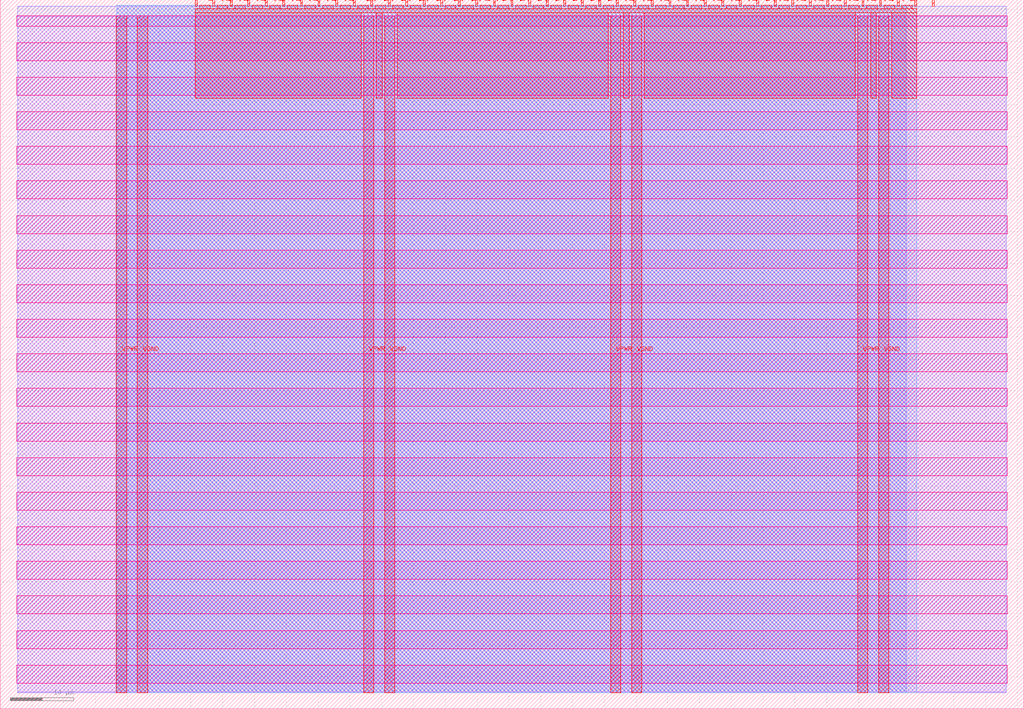
<source format=lef>
VERSION 5.7 ;
  NOWIREEXTENSIONATPIN ON ;
  DIVIDERCHAR "/" ;
  BUSBITCHARS "[]" ;
MACRO tt_um_Electom_cla_4bits
  CLASS BLOCK ;
  FOREIGN tt_um_Electom_cla_4bits ;
  ORIGIN 0.000 0.000 ;
  SIZE 161.000 BY 111.520 ;
  PIN VGND
    DIRECTION INOUT ;
    USE GROUND ;
    PORT
      LAYER met4 ;
        RECT 21.580 2.480 23.180 109.040 ;
    END
    PORT
      LAYER met4 ;
        RECT 60.450 2.480 62.050 109.040 ;
    END
    PORT
      LAYER met4 ;
        RECT 99.320 2.480 100.920 109.040 ;
    END
    PORT
      LAYER met4 ;
        RECT 138.190 2.480 139.790 109.040 ;
    END
  END VGND
  PIN VPWR
    DIRECTION INOUT ;
    USE POWER ;
    PORT
      LAYER met4 ;
        RECT 18.280 2.480 19.880 109.040 ;
    END
    PORT
      LAYER met4 ;
        RECT 57.150 2.480 58.750 109.040 ;
    END
    PORT
      LAYER met4 ;
        RECT 96.020 2.480 97.620 109.040 ;
    END
    PORT
      LAYER met4 ;
        RECT 134.890 2.480 136.490 109.040 ;
    END
  END VPWR
  PIN clk
    DIRECTION INPUT ;
    USE SIGNAL ;
    ANTENNAGATEAREA 0.852000 ;
    PORT
      LAYER met4 ;
        RECT 143.830 110.520 144.130 111.520 ;
    END
  END clk
  PIN ena
    DIRECTION INPUT ;
    USE SIGNAL ;
    PORT
      LAYER met4 ;
        RECT 146.590 110.520 146.890 111.520 ;
    END
  END ena
  PIN rst_n
    DIRECTION INPUT ;
    USE SIGNAL ;
    ANTENNAGATEAREA 0.213000 ;
    PORT
      LAYER met4 ;
        RECT 141.070 110.520 141.370 111.520 ;
    END
  END rst_n
  PIN ui_in[0]
    DIRECTION INPUT ;
    USE SIGNAL ;
    ANTENNAGATEAREA 0.196500 ;
    PORT
      LAYER met4 ;
        RECT 138.310 110.520 138.610 111.520 ;
    END
  END ui_in[0]
  PIN ui_in[1]
    DIRECTION INPUT ;
    USE SIGNAL ;
    ANTENNAGATEAREA 0.196500 ;
    PORT
      LAYER met4 ;
        RECT 135.550 110.520 135.850 111.520 ;
    END
  END ui_in[1]
  PIN ui_in[2]
    DIRECTION INPUT ;
    USE SIGNAL ;
    ANTENNAGATEAREA 0.196500 ;
    PORT
      LAYER met4 ;
        RECT 132.790 110.520 133.090 111.520 ;
    END
  END ui_in[2]
  PIN ui_in[3]
    DIRECTION INPUT ;
    USE SIGNAL ;
    ANTENNAGATEAREA 0.196500 ;
    PORT
      LAYER met4 ;
        RECT 130.030 110.520 130.330 111.520 ;
    END
  END ui_in[3]
  PIN ui_in[4]
    DIRECTION INPUT ;
    USE SIGNAL ;
    ANTENNAGATEAREA 0.196500 ;
    PORT
      LAYER met4 ;
        RECT 127.270 110.520 127.570 111.520 ;
    END
  END ui_in[4]
  PIN ui_in[5]
    DIRECTION INPUT ;
    USE SIGNAL ;
    ANTENNAGATEAREA 0.196500 ;
    PORT
      LAYER met4 ;
        RECT 124.510 110.520 124.810 111.520 ;
    END
  END ui_in[5]
  PIN ui_in[6]
    DIRECTION INPUT ;
    USE SIGNAL ;
    ANTENNAGATEAREA 0.196500 ;
    PORT
      LAYER met4 ;
        RECT 121.750 110.520 122.050 111.520 ;
    END
  END ui_in[6]
  PIN ui_in[7]
    DIRECTION INPUT ;
    USE SIGNAL ;
    ANTENNAGATEAREA 0.196500 ;
    PORT
      LAYER met4 ;
        RECT 118.990 110.520 119.290 111.520 ;
    END
  END ui_in[7]
  PIN uio_in[0]
    DIRECTION INPUT ;
    USE SIGNAL ;
    ANTENNAGATEAREA 0.196500 ;
    PORT
      LAYER met4 ;
        RECT 116.230 110.520 116.530 111.520 ;
    END
  END uio_in[0]
  PIN uio_in[1]
    DIRECTION INPUT ;
    USE SIGNAL ;
    PORT
      LAYER met4 ;
        RECT 113.470 110.520 113.770 111.520 ;
    END
  END uio_in[1]
  PIN uio_in[2]
    DIRECTION INPUT ;
    USE SIGNAL ;
    PORT
      LAYER met4 ;
        RECT 110.710 110.520 111.010 111.520 ;
    END
  END uio_in[2]
  PIN uio_in[3]
    DIRECTION INPUT ;
    USE SIGNAL ;
    PORT
      LAYER met4 ;
        RECT 107.950 110.520 108.250 111.520 ;
    END
  END uio_in[3]
  PIN uio_in[4]
    DIRECTION INPUT ;
    USE SIGNAL ;
    PORT
      LAYER met4 ;
        RECT 105.190 110.520 105.490 111.520 ;
    END
  END uio_in[4]
  PIN uio_in[5]
    DIRECTION INPUT ;
    USE SIGNAL ;
    PORT
      LAYER met4 ;
        RECT 102.430 110.520 102.730 111.520 ;
    END
  END uio_in[5]
  PIN uio_in[6]
    DIRECTION INPUT ;
    USE SIGNAL ;
    PORT
      LAYER met4 ;
        RECT 99.670 110.520 99.970 111.520 ;
    END
  END uio_in[6]
  PIN uio_in[7]
    DIRECTION INPUT ;
    USE SIGNAL ;
    PORT
      LAYER met4 ;
        RECT 96.910 110.520 97.210 111.520 ;
    END
  END uio_in[7]
  PIN uio_oe[0]
    DIRECTION OUTPUT ;
    USE SIGNAL ;
    ANTENNADIFFAREA 0.445500 ;
    PORT
      LAYER met4 ;
        RECT 49.990 110.520 50.290 111.520 ;
    END
  END uio_oe[0]
  PIN uio_oe[1]
    DIRECTION OUTPUT ;
    USE SIGNAL ;
    ANTENNADIFFAREA 0.445500 ;
    PORT
      LAYER met4 ;
        RECT 47.230 110.520 47.530 111.520 ;
    END
  END uio_oe[1]
  PIN uio_oe[2]
    DIRECTION OUTPUT ;
    USE SIGNAL ;
    ANTENNADIFFAREA 0.445500 ;
    PORT
      LAYER met4 ;
        RECT 44.470 110.520 44.770 111.520 ;
    END
  END uio_oe[2]
  PIN uio_oe[3]
    DIRECTION OUTPUT ;
    USE SIGNAL ;
    ANTENNADIFFAREA 0.445500 ;
    PORT
      LAYER met4 ;
        RECT 41.710 110.520 42.010 111.520 ;
    END
  END uio_oe[3]
  PIN uio_oe[4]
    DIRECTION OUTPUT ;
    USE SIGNAL ;
    ANTENNADIFFAREA 0.445500 ;
    PORT
      LAYER met4 ;
        RECT 38.950 110.520 39.250 111.520 ;
    END
  END uio_oe[4]
  PIN uio_oe[5]
    DIRECTION OUTPUT ;
    USE SIGNAL ;
    ANTENNADIFFAREA 0.445500 ;
    PORT
      LAYER met4 ;
        RECT 36.190 110.520 36.490 111.520 ;
    END
  END uio_oe[5]
  PIN uio_oe[6]
    DIRECTION OUTPUT ;
    USE SIGNAL ;
    ANTENNADIFFAREA 0.445500 ;
    PORT
      LAYER met4 ;
        RECT 33.430 110.520 33.730 111.520 ;
    END
  END uio_oe[6]
  PIN uio_oe[7]
    DIRECTION OUTPUT ;
    USE SIGNAL ;
    ANTENNADIFFAREA 0.445500 ;
    PORT
      LAYER met4 ;
        RECT 30.670 110.520 30.970 111.520 ;
    END
  END uio_oe[7]
  PIN uio_out[0]
    DIRECTION OUTPUT ;
    USE SIGNAL ;
    ANTENNADIFFAREA 0.445500 ;
    PORT
      LAYER met4 ;
        RECT 72.070 110.520 72.370 111.520 ;
    END
  END uio_out[0]
  PIN uio_out[1]
    DIRECTION OUTPUT ;
    USE SIGNAL ;
    ANTENNADIFFAREA 0.445500 ;
    PORT
      LAYER met4 ;
        RECT 69.310 110.520 69.610 111.520 ;
    END
  END uio_out[1]
  PIN uio_out[2]
    DIRECTION OUTPUT ;
    USE SIGNAL ;
    ANTENNADIFFAREA 0.445500 ;
    PORT
      LAYER met4 ;
        RECT 66.550 110.520 66.850 111.520 ;
    END
  END uio_out[2]
  PIN uio_out[3]
    DIRECTION OUTPUT ;
    USE SIGNAL ;
    ANTENNADIFFAREA 0.445500 ;
    PORT
      LAYER met4 ;
        RECT 63.790 110.520 64.090 111.520 ;
    END
  END uio_out[3]
  PIN uio_out[4]
    DIRECTION OUTPUT ;
    USE SIGNAL ;
    ANTENNADIFFAREA 0.445500 ;
    PORT
      LAYER met4 ;
        RECT 61.030 110.520 61.330 111.520 ;
    END
  END uio_out[4]
  PIN uio_out[5]
    DIRECTION OUTPUT ;
    USE SIGNAL ;
    ANTENNADIFFAREA 0.445500 ;
    PORT
      LAYER met4 ;
        RECT 58.270 110.520 58.570 111.520 ;
    END
  END uio_out[5]
  PIN uio_out[6]
    DIRECTION OUTPUT ;
    USE SIGNAL ;
    ANTENNADIFFAREA 0.445500 ;
    PORT
      LAYER met4 ;
        RECT 55.510 110.520 55.810 111.520 ;
    END
  END uio_out[6]
  PIN uio_out[7]
    DIRECTION OUTPUT ;
    USE SIGNAL ;
    ANTENNADIFFAREA 0.445500 ;
    PORT
      LAYER met4 ;
        RECT 52.750 110.520 53.050 111.520 ;
    END
  END uio_out[7]
  PIN uo_out[0]
    DIRECTION OUTPUT ;
    USE SIGNAL ;
    ANTENNADIFFAREA 0.891000 ;
    PORT
      LAYER met4 ;
        RECT 94.150 110.520 94.450 111.520 ;
    END
  END uo_out[0]
  PIN uo_out[1]
    DIRECTION OUTPUT ;
    USE SIGNAL ;
    ANTENNADIFFAREA 0.891000 ;
    PORT
      LAYER met4 ;
        RECT 91.390 110.520 91.690 111.520 ;
    END
  END uo_out[1]
  PIN uo_out[2]
    DIRECTION OUTPUT ;
    USE SIGNAL ;
    ANTENNADIFFAREA 0.891000 ;
    PORT
      LAYER met4 ;
        RECT 88.630 110.520 88.930 111.520 ;
    END
  END uo_out[2]
  PIN uo_out[3]
    DIRECTION OUTPUT ;
    USE SIGNAL ;
    ANTENNADIFFAREA 0.891000 ;
    PORT
      LAYER met4 ;
        RECT 85.870 110.520 86.170 111.520 ;
    END
  END uo_out[3]
  PIN uo_out[4]
    DIRECTION OUTPUT ;
    USE SIGNAL ;
    ANTENNADIFFAREA 0.445500 ;
    PORT
      LAYER met4 ;
        RECT 83.110 110.520 83.410 111.520 ;
    END
  END uo_out[4]
  PIN uo_out[5]
    DIRECTION OUTPUT ;
    USE SIGNAL ;
    ANTENNADIFFAREA 0.445500 ;
    PORT
      LAYER met4 ;
        RECT 80.350 110.520 80.650 111.520 ;
    END
  END uo_out[5]
  PIN uo_out[6]
    DIRECTION OUTPUT ;
    USE SIGNAL ;
    ANTENNADIFFAREA 0.445500 ;
    PORT
      LAYER met4 ;
        RECT 77.590 110.520 77.890 111.520 ;
    END
  END uo_out[6]
  PIN uo_out[7]
    DIRECTION OUTPUT ;
    USE SIGNAL ;
    ANTENNADIFFAREA 0.445500 ;
    PORT
      LAYER met4 ;
        RECT 74.830 110.520 75.130 111.520 ;
    END
  END uo_out[7]
  OBS
      LAYER nwell ;
        RECT 2.570 107.385 158.430 108.990 ;
        RECT 2.570 101.945 158.430 104.775 ;
        RECT 2.570 96.505 158.430 99.335 ;
        RECT 2.570 91.065 158.430 93.895 ;
        RECT 2.570 85.625 158.430 88.455 ;
        RECT 2.570 80.185 158.430 83.015 ;
        RECT 2.570 74.745 158.430 77.575 ;
        RECT 2.570 69.305 158.430 72.135 ;
        RECT 2.570 63.865 158.430 66.695 ;
        RECT 2.570 58.425 158.430 61.255 ;
        RECT 2.570 52.985 158.430 55.815 ;
        RECT 2.570 47.545 158.430 50.375 ;
        RECT 2.570 42.105 158.430 44.935 ;
        RECT 2.570 36.665 158.430 39.495 ;
        RECT 2.570 31.225 158.430 34.055 ;
        RECT 2.570 25.785 158.430 28.615 ;
        RECT 2.570 20.345 158.430 23.175 ;
        RECT 2.570 14.905 158.430 17.735 ;
        RECT 2.570 9.465 158.430 12.295 ;
        RECT 2.570 4.025 158.430 6.855 ;
      LAYER li1 ;
        RECT 2.760 2.635 158.240 108.885 ;
      LAYER met1 ;
        RECT 2.760 2.480 158.240 110.460 ;
      LAYER met2 ;
        RECT 18.310 2.535 142.510 110.685 ;
      LAYER met3 ;
        RECT 18.290 2.555 144.170 110.665 ;
      LAYER met4 ;
        RECT 31.370 110.120 33.030 110.665 ;
        RECT 34.130 110.120 35.790 110.665 ;
        RECT 36.890 110.120 38.550 110.665 ;
        RECT 39.650 110.120 41.310 110.665 ;
        RECT 42.410 110.120 44.070 110.665 ;
        RECT 45.170 110.120 46.830 110.665 ;
        RECT 47.930 110.120 49.590 110.665 ;
        RECT 50.690 110.120 52.350 110.665 ;
        RECT 53.450 110.120 55.110 110.665 ;
        RECT 56.210 110.120 57.870 110.665 ;
        RECT 58.970 110.120 60.630 110.665 ;
        RECT 61.730 110.120 63.390 110.665 ;
        RECT 64.490 110.120 66.150 110.665 ;
        RECT 67.250 110.120 68.910 110.665 ;
        RECT 70.010 110.120 71.670 110.665 ;
        RECT 72.770 110.120 74.430 110.665 ;
        RECT 75.530 110.120 77.190 110.665 ;
        RECT 78.290 110.120 79.950 110.665 ;
        RECT 81.050 110.120 82.710 110.665 ;
        RECT 83.810 110.120 85.470 110.665 ;
        RECT 86.570 110.120 88.230 110.665 ;
        RECT 89.330 110.120 90.990 110.665 ;
        RECT 92.090 110.120 93.750 110.665 ;
        RECT 94.850 110.120 96.510 110.665 ;
        RECT 97.610 110.120 99.270 110.665 ;
        RECT 100.370 110.120 102.030 110.665 ;
        RECT 103.130 110.120 104.790 110.665 ;
        RECT 105.890 110.120 107.550 110.665 ;
        RECT 108.650 110.120 110.310 110.665 ;
        RECT 111.410 110.120 113.070 110.665 ;
        RECT 114.170 110.120 115.830 110.665 ;
        RECT 116.930 110.120 118.590 110.665 ;
        RECT 119.690 110.120 121.350 110.665 ;
        RECT 122.450 110.120 124.110 110.665 ;
        RECT 125.210 110.120 126.870 110.665 ;
        RECT 127.970 110.120 129.630 110.665 ;
        RECT 130.730 110.120 132.390 110.665 ;
        RECT 133.490 110.120 135.150 110.665 ;
        RECT 136.250 110.120 137.910 110.665 ;
        RECT 139.010 110.120 140.670 110.665 ;
        RECT 141.770 110.120 143.430 110.665 ;
        RECT 30.655 109.440 144.145 110.120 ;
        RECT 30.655 96.055 56.750 109.440 ;
        RECT 59.150 96.055 60.050 109.440 ;
        RECT 62.450 96.055 95.620 109.440 ;
        RECT 98.020 96.055 98.920 109.440 ;
        RECT 101.320 96.055 134.490 109.440 ;
        RECT 136.890 96.055 137.790 109.440 ;
        RECT 140.190 96.055 144.145 109.440 ;
  END
END tt_um_Electom_cla_4bits
END LIBRARY


</source>
